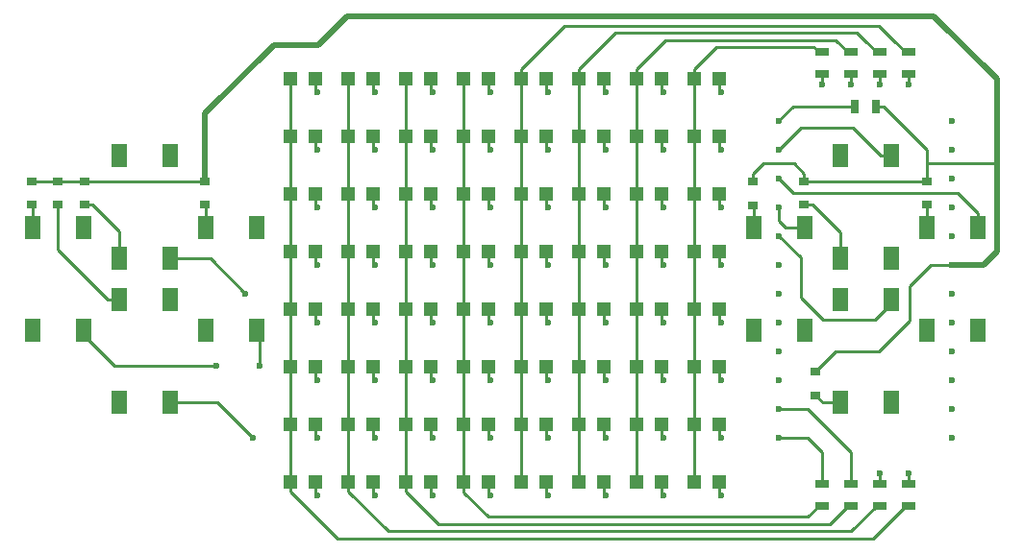
<source format=gbr>
G04 #@! TF.FileFunction,Copper,L2,Bot,Signal*
%FSLAX46Y46*%
G04 Gerber Fmt 4.6, Leading zero omitted, Abs format (unit mm)*
G04 Created by KiCad (PCBNEW 4.0.7) date 04/25/18 19:18:30*
%MOMM*%
%LPD*%
G01*
G04 APERTURE LIST*
%ADD10C,0.150000*%
%ADD11R,0.900000X0.800000*%
%ADD12R,0.700000X1.300000*%
%ADD13R,1.400000X2.100000*%
%ADD14R,1.300000X0.700000*%
%ADD15O,0.600000X0.600000*%
%ADD16R,1.200000X1.200000*%
%ADD17C,0.600000*%
%ADD18C,0.250000*%
%ADD19C,0.500000*%
G04 APERTURE END LIST*
D10*
D11*
X106700000Y-92950000D03*
X106700000Y-95050000D03*
X104400000Y-92950000D03*
X104400000Y-95050000D03*
X119600000Y-92950000D03*
X119600000Y-95050000D03*
X109000000Y-92950000D03*
X109000000Y-95050000D03*
X173400000Y-109750000D03*
X173400000Y-111850000D03*
X167900000Y-93000000D03*
X167900000Y-95100000D03*
X183200000Y-92950000D03*
X183200000Y-95050000D03*
X172400000Y-92950000D03*
X172400000Y-95050000D03*
D12*
X176850000Y-86360000D03*
X178750000Y-86360000D03*
D13*
X119670000Y-106150000D03*
X119670000Y-97050000D03*
X124170000Y-106150000D03*
X124170000Y-97050000D03*
X112050000Y-112500000D03*
X112050000Y-103400000D03*
X116550000Y-112500000D03*
X116550000Y-103400000D03*
X104430000Y-106150000D03*
X104430000Y-97050000D03*
X108930000Y-106150000D03*
X108930000Y-97050000D03*
X112050000Y-99800000D03*
X112050000Y-90700000D03*
X116550000Y-99800000D03*
X116550000Y-90700000D03*
X167930000Y-106150000D03*
X167930000Y-97050000D03*
X172430000Y-106150000D03*
X172430000Y-97050000D03*
X183170000Y-106150000D03*
X183170000Y-97050000D03*
X187670000Y-106150000D03*
X187670000Y-97050000D03*
X175550000Y-99800000D03*
X175550000Y-90700000D03*
X180050000Y-99800000D03*
X180050000Y-90700000D03*
X175550000Y-112500000D03*
X175550000Y-103400000D03*
X180050000Y-112500000D03*
X180050000Y-103400000D03*
D14*
X181610000Y-121600000D03*
X181610000Y-119700000D03*
X179070000Y-121600000D03*
X179070000Y-119700000D03*
X176530000Y-121600000D03*
X176530000Y-119700000D03*
X173990000Y-121600000D03*
X173990000Y-119700000D03*
X181610000Y-81600000D03*
X181610000Y-83500000D03*
X179070000Y-81600000D03*
X179070000Y-83500000D03*
X176530000Y-81600000D03*
X176530000Y-83500000D03*
X173990000Y-81600000D03*
X173990000Y-83500000D03*
D15*
X185420000Y-87630000D03*
X185420000Y-90170000D03*
X185420000Y-92710000D03*
X185420000Y-95250000D03*
X185420000Y-97790000D03*
X185420000Y-100330000D03*
X185420000Y-102870000D03*
X185420000Y-105410000D03*
X185420000Y-107950000D03*
X185420000Y-110490000D03*
X185420000Y-113030000D03*
X185420000Y-115570000D03*
X170180000Y-87630000D03*
X170180000Y-90170000D03*
X170180000Y-92710000D03*
X170180000Y-95250000D03*
X170180000Y-97790000D03*
X170180000Y-100330000D03*
X170180000Y-102870000D03*
X170180000Y-105410000D03*
X170180000Y-107950000D03*
X170180000Y-110490000D03*
X170180000Y-113030000D03*
X170180000Y-115570000D03*
D16*
X164930000Y-83913546D03*
X162730000Y-83913546D03*
X164930000Y-88993546D03*
X162730000Y-88993546D03*
X164930000Y-94073546D03*
X162730000Y-94073546D03*
X164930000Y-99153546D03*
X162730000Y-99153546D03*
X164930000Y-104233546D03*
X162730000Y-104233546D03*
X164930000Y-109313546D03*
X162730000Y-109313546D03*
X164930000Y-114393546D03*
X162730000Y-114393546D03*
X164930000Y-119473546D03*
X162730000Y-119473546D03*
X159850000Y-83913546D03*
X157650000Y-83913546D03*
X159850000Y-88993546D03*
X157650000Y-88993546D03*
X159850000Y-94073546D03*
X157650000Y-94073546D03*
X159850000Y-99153546D03*
X157650000Y-99153546D03*
X159850000Y-104233546D03*
X157650000Y-104233546D03*
X159850000Y-109313546D03*
X157650000Y-109313546D03*
X159850000Y-114393546D03*
X157650000Y-114393546D03*
X159850000Y-119473546D03*
X157650000Y-119473546D03*
X154770000Y-83913546D03*
X152570000Y-83913546D03*
X154770000Y-88993546D03*
X152570000Y-88993546D03*
X154770000Y-94073546D03*
X152570000Y-94073546D03*
X154770000Y-99153546D03*
X152570000Y-99153546D03*
X154770000Y-104233546D03*
X152570000Y-104233546D03*
X154770000Y-109313546D03*
X152570000Y-109313546D03*
X154770000Y-114393546D03*
X152570000Y-114393546D03*
X154770000Y-119473546D03*
X152570000Y-119473546D03*
X149690000Y-83913546D03*
X147490000Y-83913546D03*
X149690000Y-88993546D03*
X147490000Y-88993546D03*
X149690000Y-94073546D03*
X147490000Y-94073546D03*
X149690000Y-99153546D03*
X147490000Y-99153546D03*
X149690000Y-104233546D03*
X147490000Y-104233546D03*
X149690000Y-109313546D03*
X147490000Y-109313546D03*
X149690000Y-114393546D03*
X147490000Y-114393546D03*
X149690000Y-119473546D03*
X147490000Y-119473546D03*
X144610000Y-83913546D03*
X142410000Y-83913546D03*
X144610000Y-88993546D03*
X142410000Y-88993546D03*
X144610000Y-94073546D03*
X142410000Y-94073546D03*
X144610000Y-99153546D03*
X142410000Y-99153546D03*
X144610000Y-104233546D03*
X142410000Y-104233546D03*
X144610000Y-109313546D03*
X142410000Y-109313546D03*
X144610000Y-114393546D03*
X142410000Y-114393546D03*
X144610000Y-119473546D03*
X142410000Y-119473546D03*
X139530000Y-83913546D03*
X137330000Y-83913546D03*
X139530000Y-88993546D03*
X137330000Y-88993546D03*
X139530000Y-94073546D03*
X137330000Y-94073546D03*
X139530000Y-99153546D03*
X137330000Y-99153546D03*
X139530000Y-104233546D03*
X137330000Y-104233546D03*
X139530000Y-109313546D03*
X137330000Y-109313546D03*
X139530000Y-114393546D03*
X137330000Y-114393546D03*
X139530000Y-119473546D03*
X137330000Y-119473546D03*
X134450000Y-83913546D03*
X132250000Y-83913546D03*
X134450000Y-88993546D03*
X132250000Y-88993546D03*
X134450000Y-94073546D03*
X132250000Y-94073546D03*
X134450000Y-99153546D03*
X132250000Y-99153546D03*
X134450000Y-104233546D03*
X132250000Y-104233546D03*
X134450000Y-109313546D03*
X132250000Y-109313546D03*
X134450000Y-114393546D03*
X132250000Y-114393546D03*
X134450000Y-119473546D03*
X132250000Y-119473546D03*
X129370000Y-83913546D03*
X127170000Y-83913546D03*
X129370000Y-88993546D03*
X127170000Y-88993546D03*
X129370000Y-94073546D03*
X127170000Y-94073546D03*
X129370000Y-99153546D03*
X127170000Y-99153546D03*
X129370000Y-104233546D03*
X127170000Y-104233546D03*
X129370000Y-109313546D03*
X127170000Y-109313546D03*
X129370000Y-114393546D03*
X127170000Y-114393546D03*
X129370000Y-119473546D03*
X127170000Y-119473546D03*
D17*
X160020000Y-85090000D03*
X149860000Y-85090000D03*
X144780000Y-85090000D03*
X129540000Y-85090000D03*
X134620000Y-85090000D03*
X139700000Y-85090000D03*
X154940000Y-85090000D03*
X165100000Y-85090000D03*
X134620000Y-90170000D03*
X129540000Y-90170000D03*
X139700000Y-90170000D03*
X144780000Y-90170000D03*
X149860000Y-90170000D03*
X154940000Y-90170000D03*
X160020000Y-90170000D03*
X165100000Y-90170000D03*
X129540000Y-95250000D03*
X134620000Y-95250000D03*
X144780000Y-95250000D03*
X139700000Y-95250000D03*
X154940000Y-95250000D03*
X149860000Y-95250000D03*
X160020000Y-95250000D03*
X165100000Y-95250000D03*
X129540000Y-100330000D03*
X134620000Y-100330000D03*
X139700000Y-100330000D03*
X144780000Y-100330000D03*
X154940000Y-100330000D03*
X149860000Y-100330000D03*
X160020000Y-100330000D03*
X165100000Y-100330000D03*
X123190000Y-102870000D03*
X129540000Y-105410000D03*
X134620000Y-105410000D03*
X144780000Y-105410000D03*
X139700000Y-105410000D03*
X154940000Y-105410000D03*
X149860000Y-105410000D03*
X160020000Y-105410000D03*
X165100000Y-105410000D03*
X124460000Y-109220000D03*
X129540000Y-110490000D03*
X134620000Y-110490000D03*
X139700000Y-110490000D03*
X144780000Y-110490000D03*
X154940000Y-110490000D03*
X149860000Y-110490000D03*
X160020000Y-110490000D03*
X165100000Y-110490000D03*
X120650000Y-109220000D03*
X129540000Y-115570000D03*
X134620000Y-115570000D03*
X139700000Y-115570000D03*
X144780000Y-115570000D03*
X154940000Y-115570000D03*
X149860000Y-115570000D03*
X160020000Y-115570000D03*
X165100000Y-115570000D03*
X123825000Y-115570000D03*
X160020000Y-120650000D03*
X149860000Y-120650000D03*
X144780000Y-120650000D03*
X129540000Y-120650000D03*
X134620000Y-120650000D03*
X139700000Y-120650000D03*
X154940000Y-120650000D03*
X165100000Y-120650000D03*
X173990000Y-84455000D03*
X176530000Y-84455000D03*
X179070000Y-84455000D03*
X181610000Y-84455000D03*
X179070000Y-118745000D03*
X181610000Y-118745000D03*
D18*
X173990000Y-81600000D02*
X173690000Y-81600000D01*
X173690000Y-81600000D02*
X173245293Y-81155293D01*
X173245293Y-81155293D02*
X164638253Y-81155293D01*
X164638253Y-81155293D02*
X162730000Y-83063546D01*
X162730000Y-83063546D02*
X162730000Y-83913546D01*
X162730000Y-114393546D02*
X162730000Y-119473546D01*
X162730000Y-109313546D02*
X162730000Y-114393546D01*
X162730000Y-104233546D02*
X162730000Y-109313546D01*
X162730000Y-99153546D02*
X162730000Y-104233546D01*
X162730000Y-94073546D02*
X162730000Y-99153546D01*
X162730000Y-88993546D02*
X162730000Y-94073546D01*
X162730000Y-83913546D02*
X162730000Y-88993546D01*
X176530000Y-81600000D02*
X176230000Y-81600000D01*
X176230000Y-81600000D02*
X175275000Y-80645000D01*
X175275000Y-80645000D02*
X175260000Y-80645000D01*
X175260000Y-80645000D02*
X175134544Y-80519544D01*
X175134544Y-80519544D02*
X160194002Y-80519544D01*
X160194002Y-80519544D02*
X157650000Y-83063546D01*
X157650000Y-83063546D02*
X157650000Y-83913546D01*
X157650000Y-114393546D02*
X157650000Y-119473546D01*
X157650000Y-109313546D02*
X157650000Y-114393546D01*
X157650000Y-104233546D02*
X157650000Y-109313546D01*
X157650000Y-99153546D02*
X157650000Y-104233546D01*
X157650000Y-94073546D02*
X157650000Y-99153546D01*
X157650000Y-88993546D02*
X157650000Y-94073546D01*
X157650000Y-83913546D02*
X157650000Y-88993546D01*
X179070000Y-81600000D02*
X178770000Y-81600000D01*
X178770000Y-81600000D02*
X177815000Y-80645000D01*
X177815000Y-80645000D02*
X177800000Y-80645000D01*
X155749750Y-79883796D02*
X152570000Y-83063546D01*
X152570000Y-83063546D02*
X152570000Y-83913546D01*
X177800000Y-80645000D02*
X177038796Y-79883796D01*
X177038796Y-79883796D02*
X155749750Y-79883796D01*
X152570000Y-114393546D02*
X152570000Y-119473546D01*
X152570000Y-109313546D02*
X152570000Y-114393546D01*
X152570000Y-104233546D02*
X152570000Y-109313546D01*
X152570000Y-99153546D02*
X152570000Y-104233546D01*
X152570000Y-94073546D02*
X152570000Y-99153546D01*
X152570000Y-88993546D02*
X152570000Y-94073546D01*
X152570000Y-83913546D02*
X152570000Y-88993546D01*
X181610000Y-81600000D02*
X181310000Y-81600000D01*
X180340000Y-80645000D02*
X178943048Y-79248048D01*
X151305498Y-79248048D02*
X147490000Y-83063546D01*
X181310000Y-81600000D02*
X180355000Y-80645000D01*
X180355000Y-80645000D02*
X180340000Y-80645000D01*
X178943048Y-79248048D02*
X151305498Y-79248048D01*
X147490000Y-83063546D02*
X147490000Y-83913546D01*
X147490000Y-88993546D02*
X147490000Y-83913546D01*
X147490000Y-94073546D02*
X147490000Y-88993546D01*
X147490000Y-99153546D02*
X147490000Y-94073546D01*
X147490000Y-104233546D02*
X147490000Y-99153546D01*
X147490000Y-109313546D02*
X147490000Y-104233546D01*
X147490000Y-114393546D02*
X147490000Y-109313546D01*
X147490000Y-119473546D02*
X147490000Y-114393546D01*
X173990000Y-121600000D02*
X173690000Y-121600000D01*
X173690000Y-121600000D02*
X172711743Y-122578257D01*
X172711743Y-122578257D02*
X144598889Y-122578257D01*
X144598889Y-122578257D02*
X142410000Y-120389368D01*
X142410000Y-120389368D02*
X142410000Y-120323546D01*
X142410000Y-120323546D02*
X142410000Y-119473546D01*
X142410000Y-114393546D02*
X142410000Y-115243546D01*
X142410000Y-115243546D02*
X142410000Y-119473546D01*
X142410000Y-109313546D02*
X142410000Y-114393546D01*
X142410000Y-104233546D02*
X142410000Y-109313546D01*
X142410000Y-99153546D02*
X142410000Y-104233546D01*
X142410000Y-94073546D02*
X142410000Y-99153546D01*
X142410000Y-88993546D02*
X142410000Y-94073546D01*
X142410000Y-83913546D02*
X142410000Y-88993546D01*
X176530000Y-121600000D02*
X176230000Y-121600000D01*
X176230000Y-121600000D02*
X174639873Y-123190127D01*
X174639873Y-123190127D02*
X140196581Y-123190127D01*
X140196581Y-123190127D02*
X137330000Y-120323546D01*
X137330000Y-120323546D02*
X137330000Y-119473546D01*
X137330000Y-88993546D02*
X137330000Y-83913546D01*
X137330000Y-94073546D02*
X137330000Y-88993546D01*
X137330000Y-99153546D02*
X137330000Y-94073546D01*
X137330000Y-104233546D02*
X137330000Y-99153546D01*
X137330000Y-109313546D02*
X137330000Y-104233546D01*
X137330000Y-114393546D02*
X137330000Y-109313546D01*
X137330000Y-119473546D02*
X137330000Y-114393546D01*
X179070000Y-121600000D02*
X178770000Y-121600000D01*
X178770000Y-121600000D02*
X176541401Y-123828599D01*
X135755053Y-123828599D02*
X132250000Y-120323546D01*
X176541401Y-123828599D02*
X135755053Y-123828599D01*
X132250000Y-120323546D02*
X132250000Y-119473546D01*
X132250000Y-114393546D02*
X132250000Y-119210000D01*
X132250000Y-109313546D02*
X132250000Y-114393546D01*
X132250000Y-104233546D02*
X132250000Y-109313546D01*
X132250000Y-99153546D02*
X132250000Y-104233546D01*
X132250000Y-94073546D02*
X132250000Y-99153546D01*
X132250000Y-88993546D02*
X132250000Y-94073546D01*
X132250000Y-83913546D02*
X132250000Y-88993546D01*
X181610000Y-121600000D02*
X181310000Y-121600000D01*
X127170000Y-120323546D02*
X127170000Y-119473546D01*
X181310000Y-121600000D02*
X178442929Y-124467071D01*
X178442929Y-124467071D02*
X131313525Y-124467071D01*
X131313525Y-124467071D02*
X127170000Y-120323546D01*
X127170000Y-114393546D02*
X127170000Y-119473546D01*
X127170000Y-109313546D02*
X127170000Y-114393546D01*
X127170000Y-104233546D02*
X127170000Y-109313546D01*
X127170000Y-99153546D02*
X127170000Y-104233546D01*
X127170000Y-94073546D02*
X127170000Y-99153546D01*
X127170000Y-88993546D02*
X127170000Y-94073546D01*
X127170000Y-83913546D02*
X127170000Y-88993546D01*
X176665000Y-88265000D02*
X172085000Y-88265000D01*
X172085000Y-88265000D02*
X170180000Y-90170000D01*
X180050000Y-90700000D02*
X179100000Y-90700000D01*
X179100000Y-90700000D02*
X176665000Y-88265000D01*
X159850000Y-83913546D02*
X159850000Y-84920000D01*
X159850000Y-84920000D02*
X160020000Y-85090000D01*
X149690000Y-83913546D02*
X149690000Y-84920000D01*
X149690000Y-84920000D02*
X149860000Y-85090000D01*
X144610000Y-83913546D02*
X144610000Y-84920000D01*
X144610000Y-84920000D02*
X144780000Y-85090000D01*
X129370000Y-83913546D02*
X129370000Y-84920000D01*
X129370000Y-84920000D02*
X129540000Y-85090000D01*
X134450000Y-83913546D02*
X134450000Y-84920000D01*
X134450000Y-84920000D02*
X134620000Y-85090000D01*
X139530000Y-83913546D02*
X139530000Y-84920000D01*
X139530000Y-84920000D02*
X139700000Y-85090000D01*
X154770000Y-83913546D02*
X154770000Y-84920000D01*
X154770000Y-84920000D02*
X154940000Y-85090000D01*
X164930000Y-83913546D02*
X164930000Y-84920000D01*
X164930000Y-84920000D02*
X165100000Y-85090000D01*
X185900000Y-93980000D02*
X171450000Y-93980000D01*
X171450000Y-93980000D02*
X170180000Y-92710000D01*
X187670000Y-97050000D02*
X187670000Y-95750000D01*
X187670000Y-95750000D02*
X185900000Y-93980000D01*
X134450000Y-88993546D02*
X134450000Y-90000000D01*
X134450000Y-90000000D02*
X134620000Y-90170000D01*
X129370000Y-88993546D02*
X129370000Y-90000000D01*
X129370000Y-90000000D02*
X129540000Y-90170000D01*
X139530000Y-88993546D02*
X139530000Y-90000000D01*
X139530000Y-90000000D02*
X139700000Y-90170000D01*
X144610000Y-88993546D02*
X144610000Y-90000000D01*
X144610000Y-90000000D02*
X144780000Y-90170000D01*
X149690000Y-88993546D02*
X149690000Y-90000000D01*
X149690000Y-90000000D02*
X149860000Y-90170000D01*
X154770000Y-88993546D02*
X154770000Y-90000000D01*
X154770000Y-90000000D02*
X154940000Y-90170000D01*
X159850000Y-88993546D02*
X159850000Y-90000000D01*
X159850000Y-90000000D02*
X160020000Y-90170000D01*
X164930000Y-88993546D02*
X164930000Y-90000000D01*
X164930000Y-90000000D02*
X165100000Y-90170000D01*
X170180000Y-95250000D02*
X170180000Y-96452081D01*
X170180000Y-96452081D02*
X170777919Y-97050000D01*
X170777919Y-97050000D02*
X171480000Y-97050000D01*
X171480000Y-97050000D02*
X172430000Y-97050000D01*
X129370000Y-94073546D02*
X129370000Y-95080000D01*
X129370000Y-95080000D02*
X129540000Y-95250000D01*
X134450000Y-95080000D02*
X134620000Y-95250000D01*
X134450000Y-94073546D02*
X134450000Y-95080000D01*
X144610000Y-94073546D02*
X144610000Y-95080000D01*
X144610000Y-95080000D02*
X144780000Y-95250000D01*
X139530000Y-94073546D02*
X139530000Y-95080000D01*
X139530000Y-95080000D02*
X139700000Y-95250000D01*
X154770000Y-94073546D02*
X154770000Y-95080000D01*
X154770000Y-95080000D02*
X154940000Y-95250000D01*
X149690000Y-94073546D02*
X149690000Y-95080000D01*
X149690000Y-95080000D02*
X149860000Y-95250000D01*
X159850000Y-94073546D02*
X159850000Y-95080000D01*
X159850000Y-95080000D02*
X160020000Y-95250000D01*
X164930000Y-94073546D02*
X164930000Y-95080000D01*
X164930000Y-95080000D02*
X165100000Y-95250000D01*
X170180000Y-97790000D02*
X172085000Y-99695000D01*
X172085000Y-99695000D02*
X172085000Y-103235000D01*
X172085000Y-103235000D02*
X174057708Y-105207708D01*
X174057708Y-105207708D02*
X178592292Y-105207708D01*
X180050000Y-103750000D02*
X180050000Y-103400000D01*
X178592292Y-105207708D02*
X180050000Y-103750000D01*
X129370000Y-99153546D02*
X129370000Y-100160000D01*
X129370000Y-100160000D02*
X129540000Y-100330000D01*
X134450000Y-99153546D02*
X134450000Y-100160000D01*
X134450000Y-100160000D02*
X134620000Y-100330000D01*
X139530000Y-99153546D02*
X139530000Y-100160000D01*
X139530000Y-100160000D02*
X139700000Y-100330000D01*
X144610000Y-99153546D02*
X144610000Y-100160000D01*
X144610000Y-100160000D02*
X144780000Y-100330000D01*
X154770000Y-99153546D02*
X154770000Y-100160000D01*
X154770000Y-100160000D02*
X154940000Y-100330000D01*
X149690000Y-99153546D02*
X149690000Y-100160000D01*
X149690000Y-100160000D02*
X149860000Y-100330000D01*
X159850000Y-99153546D02*
X159850000Y-100160000D01*
X159850000Y-100160000D02*
X160020000Y-100330000D01*
X164930000Y-99153546D02*
X164930000Y-100160000D01*
X164930000Y-100160000D02*
X165100000Y-100330000D01*
X123190000Y-102870000D02*
X120120000Y-99800000D01*
X120120000Y-99800000D02*
X116550000Y-99800000D01*
X129370000Y-104233546D02*
X129370000Y-105240000D01*
X129370000Y-105240000D02*
X129540000Y-105410000D01*
X134450000Y-104233546D02*
X134450000Y-105240000D01*
X134450000Y-105240000D02*
X134620000Y-105410000D01*
X144610000Y-104233546D02*
X144610000Y-105240000D01*
X144610000Y-105240000D02*
X144780000Y-105410000D01*
X139530000Y-104233546D02*
X139530000Y-105240000D01*
X139530000Y-105240000D02*
X139700000Y-105410000D01*
X154770000Y-104233546D02*
X154770000Y-105240000D01*
X154770000Y-105240000D02*
X154940000Y-105410000D01*
X149690000Y-104233546D02*
X149690000Y-105240000D01*
X149690000Y-105240000D02*
X149860000Y-105410000D01*
X159850000Y-104233546D02*
X159850000Y-105240000D01*
X159850000Y-105240000D02*
X160020000Y-105410000D01*
X164930000Y-104233546D02*
X164930000Y-105240000D01*
X164930000Y-105240000D02*
X165100000Y-105410000D01*
X124460000Y-109220000D02*
X124460000Y-106440000D01*
X124460000Y-106440000D02*
X124170000Y-106150000D01*
X129370000Y-109313546D02*
X129370000Y-110320000D01*
X129370000Y-110320000D02*
X129540000Y-110490000D01*
X134450000Y-109313546D02*
X134450000Y-110320000D01*
X134450000Y-110320000D02*
X134620000Y-110490000D01*
X139530000Y-109313546D02*
X139530000Y-110320000D01*
X139530000Y-110320000D02*
X139700000Y-110490000D01*
X144610000Y-109313546D02*
X144610000Y-110320000D01*
X144610000Y-110320000D02*
X144780000Y-110490000D01*
X154770000Y-109313546D02*
X154770000Y-110320000D01*
X154770000Y-110320000D02*
X154940000Y-110490000D01*
X149690000Y-109313546D02*
X149690000Y-110320000D01*
X149690000Y-110320000D02*
X149860000Y-110490000D01*
X159850000Y-109313546D02*
X159850000Y-110320000D01*
X159850000Y-110320000D02*
X160020000Y-110490000D01*
X164930000Y-109313546D02*
X164930000Y-110320000D01*
X164930000Y-110320000D02*
X165100000Y-110490000D01*
X120650000Y-109220000D02*
X111650000Y-109220000D01*
X111650000Y-109220000D02*
X108930000Y-106500000D01*
X108930000Y-106500000D02*
X108930000Y-106150000D01*
X129370000Y-114393546D02*
X129370000Y-115400000D01*
X129370000Y-115400000D02*
X129540000Y-115570000D01*
X134450000Y-114393546D02*
X134450000Y-115400000D01*
X134450000Y-115400000D02*
X134620000Y-115570000D01*
X139530000Y-114393546D02*
X139530000Y-115400000D01*
X139530000Y-115400000D02*
X139700000Y-115570000D01*
X144610000Y-114393546D02*
X144610000Y-115400000D01*
X144610000Y-115400000D02*
X144780000Y-115570000D01*
X154770000Y-114393546D02*
X154770000Y-115400000D01*
X154770000Y-115400000D02*
X154940000Y-115570000D01*
X149690000Y-114393546D02*
X149690000Y-115400000D01*
X149690000Y-115400000D02*
X149860000Y-115570000D01*
X159850000Y-114393546D02*
X159850000Y-115400000D01*
X159850000Y-115400000D02*
X160020000Y-115570000D01*
X164930000Y-114393546D02*
X164930000Y-115400000D01*
X164930000Y-115400000D02*
X165100000Y-115570000D01*
X123825000Y-115570000D02*
X120755000Y-112500000D01*
X120755000Y-112500000D02*
X116550000Y-112500000D01*
X159850000Y-119473546D02*
X159850000Y-120480000D01*
X159850000Y-120480000D02*
X160020000Y-120650000D01*
X149690000Y-119473546D02*
X149690000Y-120480000D01*
X149690000Y-120480000D02*
X149860000Y-120650000D01*
X144610000Y-119473546D02*
X144610000Y-120480000D01*
X144610000Y-120480000D02*
X144780000Y-120650000D01*
X129370000Y-119473546D02*
X129370000Y-120480000D01*
X129370000Y-120480000D02*
X129540000Y-120650000D01*
X134450000Y-119473546D02*
X134450000Y-120480000D01*
X134450000Y-120480000D02*
X134620000Y-120650000D01*
X139530000Y-119473546D02*
X139530000Y-120480000D01*
X139530000Y-120480000D02*
X139700000Y-120650000D01*
X154770000Y-119473546D02*
X154770000Y-120480000D01*
X154770000Y-120480000D02*
X154940000Y-120650000D01*
X164930000Y-119473546D02*
X164930000Y-120480000D01*
X164930000Y-120480000D02*
X165100000Y-120650000D01*
X170180000Y-87630000D02*
X170180000Y-87601774D01*
X170180000Y-87601774D02*
X171421774Y-86360000D01*
X171421774Y-86360000D02*
X176850000Y-86360000D01*
X173990000Y-83500000D02*
X173990000Y-84455000D01*
X176530000Y-83500000D02*
X176530000Y-84455000D01*
X179070000Y-83500000D02*
X179070000Y-84455000D01*
X181610000Y-83500000D02*
X181610000Y-84455000D01*
X173990000Y-119700000D02*
X173990000Y-116824356D01*
X173990000Y-116824356D02*
X172735644Y-115570000D01*
X172735644Y-115570000D02*
X170180000Y-115570000D01*
X176530000Y-116840000D02*
X172720000Y-113030000D01*
X172720000Y-113030000D02*
X170180000Y-113030000D01*
X176530000Y-119700000D02*
X176530000Y-116840000D01*
X179070000Y-119700000D02*
X179070000Y-118745000D01*
X181610000Y-119700000D02*
X181610000Y-118745000D01*
X183200000Y-91400000D02*
X183200000Y-90210000D01*
X183200000Y-92950000D02*
X183200000Y-91400000D01*
D19*
X189351075Y-83951075D02*
X189351075Y-91400000D01*
X189351075Y-91400000D02*
X189351075Y-99148925D01*
D18*
X183200000Y-91400000D02*
X189351075Y-91400000D01*
X183200000Y-90210000D02*
X179350000Y-86360000D01*
X179350000Y-86360000D02*
X178750000Y-86360000D01*
D19*
X119600000Y-92950000D02*
X119600000Y-87016792D01*
X119600000Y-87016792D02*
X125674334Y-80942458D01*
X125674334Y-80942458D02*
X129630150Y-80942458D01*
X129630150Y-80942458D02*
X132178946Y-78393662D01*
X132178946Y-78393662D02*
X183793662Y-78393662D01*
X183793662Y-78393662D02*
X189351075Y-83951075D01*
X188170000Y-100330000D02*
X185420000Y-100330000D01*
X189351075Y-99148925D02*
X188170000Y-100330000D01*
D18*
X173400000Y-109750000D02*
X175170160Y-107979840D01*
X175170160Y-107979840D02*
X178930867Y-107979840D01*
X178930867Y-107979840D02*
X181645099Y-105265608D01*
X181645099Y-105265608D02*
X181645099Y-102223737D01*
X181645099Y-102223737D02*
X183538836Y-100330000D01*
X183538836Y-100330000D02*
X185420000Y-100330000D01*
X172400000Y-92950000D02*
X183200000Y-92950000D01*
X106700000Y-92950000D02*
X109000000Y-92950000D01*
X104400000Y-92950000D02*
X106700000Y-92950000D01*
X109000000Y-92950000D02*
X119600000Y-92950000D01*
X167900000Y-93000000D02*
X167900000Y-92350000D01*
X167900000Y-92350000D02*
X168850000Y-91400000D01*
X171527087Y-91400000D02*
X172400000Y-92272913D01*
X172400000Y-92272913D02*
X172400000Y-92950000D01*
X168850000Y-91400000D02*
X171527087Y-91400000D01*
X178750000Y-86660000D02*
X178750000Y-86360000D01*
X175550000Y-99800000D02*
X175550000Y-97500000D01*
X175550000Y-97500000D02*
X173100000Y-95050000D01*
X173100000Y-95050000D02*
X172400000Y-95050000D01*
X183170000Y-97050000D02*
X183170000Y-95080000D01*
X183170000Y-95080000D02*
X183200000Y-95050000D01*
X183170000Y-97050000D02*
X183170000Y-97400000D01*
X167930000Y-97050000D02*
X167930000Y-95130000D01*
X167930000Y-95130000D02*
X167900000Y-95100000D01*
X175550000Y-112500000D02*
X174050000Y-112500000D01*
X174050000Y-112500000D02*
X173400000Y-111850000D01*
X112050000Y-99800000D02*
X112050000Y-97400000D01*
X112050000Y-97400000D02*
X109700000Y-95050000D01*
X109700000Y-95050000D02*
X109000000Y-95050000D01*
X119670000Y-97050000D02*
X119670000Y-95120000D01*
X119670000Y-95120000D02*
X119600000Y-95050000D01*
X104430000Y-97050000D02*
X104430000Y-95080000D01*
X104430000Y-95080000D02*
X104400000Y-95050000D01*
X106700000Y-95050000D02*
X106700000Y-99000000D01*
X106700000Y-99000000D02*
X111100000Y-103400000D01*
X111100000Y-103400000D02*
X112050000Y-103400000D01*
D19*
X112050000Y-112500000D02*
X112050000Y-112850000D01*
M02*

</source>
